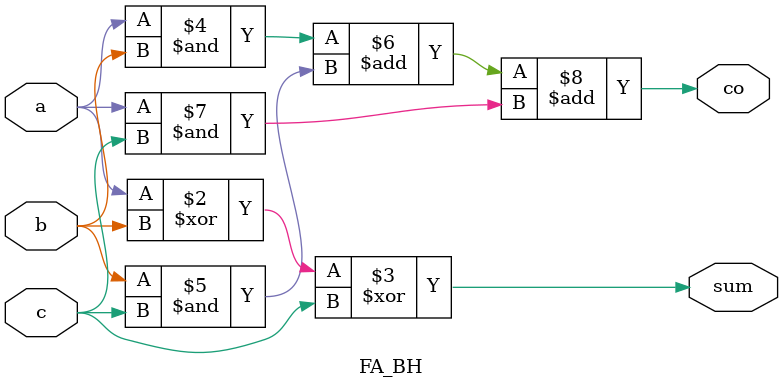
<source format=v>
`timescale 1ns / 1ps

module FA_BH(a,b,c,sum,co);

input a,b,c;
output reg sum,co;

always@(a or b or c)
    begin
    
    sum = a^b^c;
    co=(a&b)+(b&c)+(a&c);
end

endmodule

</source>
